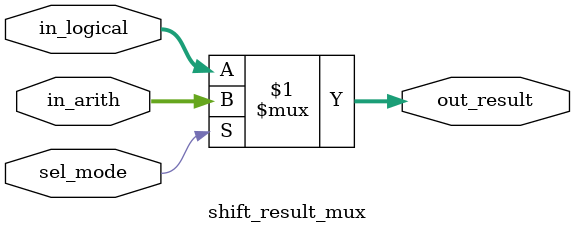
<source format=sv>

module shift_arith_log_sel #(
    parameter WIDTH = 8
)(
    input                  mode,    // 0: logical, 1: arithmetic
    input  [WIDTH-1:0]     din,
    input  [2:0]           shift,
    output [WIDTH-1:0]     dout
);

    // Internal signals for inter-module connections
    wire [WIDTH-1:0] shift_result_logical;
    wire [WIDTH-1:0] shift_result_arith;

    // Logical right shifter instance
    logical_right_shifter #(
        .WIDTH(WIDTH)
    ) u_logical_shifter (
        .in_data(din),
        .shift_amount(shift),
        .out_data(shift_result_logical)
    );

    // Arithmetic right shifter instance
    arithmetic_right_shifter #(
        .WIDTH(WIDTH)
    ) u_arithmetic_shifter (
        .in_data(din),
        .shift_amount(shift),
        .out_data(shift_result_arith)
    );

    // Shift result selector instance
    shift_result_mux #(
        .WIDTH(WIDTH)
    ) u_shift_result_mux (
        .sel_mode(mode),
        .in_logical(shift_result_logical),
        .in_arith(shift_result_arith),
        .out_result(dout)
    );

endmodule

// ------------------------------------------------------
// Submodule: logical_right_shifter
// Function: Performs parameterized logical right shift
// ------------------------------------------------------
module logical_right_shifter #(
    parameter WIDTH = 8
)(
    input  [WIDTH-1:0] in_data,
    input  [2:0]       shift_amount,
    output [WIDTH-1:0] out_data
);
    // Combinatorial logical right shift
    assign out_data = in_data >> shift_amount;
endmodule

// ------------------------------------------------------
// Submodule: arithmetic_right_shifter
// Function: Performs parameterized arithmetic right shift
// ------------------------------------------------------
module arithmetic_right_shifter #(
    parameter WIDTH = 8
)(
    input  [WIDTH-1:0] in_data,
    input  [2:0]       shift_amount,
    output [WIDTH-1:0] out_data
);
    // Combinatorial arithmetic right shift (sign-extended)
    assign out_data = $signed(in_data) >>> shift_amount;
endmodule

// ------------------------------------------------------
// Submodule: shift_result_mux
// Function: Selects between logical and arithmetic shift results
// ------------------------------------------------------
module shift_result_mux #(
    parameter WIDTH = 8
)(
    input                  sel_mode,     // 0: logical, 1: arithmetic
    input  [WIDTH-1:0]     in_logical,
    input  [WIDTH-1:0]     in_arith,
    output [WIDTH-1:0]     out_result
);
    // Combinatorial selection of shift result based on mode
    assign out_result = sel_mode ? in_arith : in_logical;
endmodule
</source>
